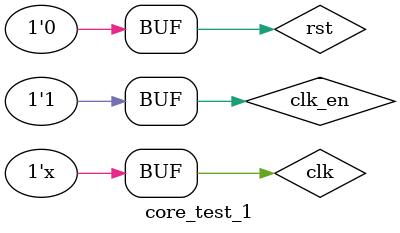
<source format=v>
`timescale 1ns / 1ps


module core_test_1;

	// Inputs
	reg clk;
	reg rst;
	reg clk_en;

	// Instantiate the Unit Under Test (UUT)
	core uut (
		.clk(clk), 
		.rst(rst), 
		.clk_en(clk_en)
	);

	initial begin
		// Initialize Inputs
		clk = 0;
		rst = 1;
		clk_en = 0;

		// Wait 100 ns for global reset to finish
		#100 rst <= 0;

		#50 clk_en <= 1;
        
		// Add stimulus here

	end

	always begin
		#10 clk <= ~clk;
	end
      
endmodule


</source>
